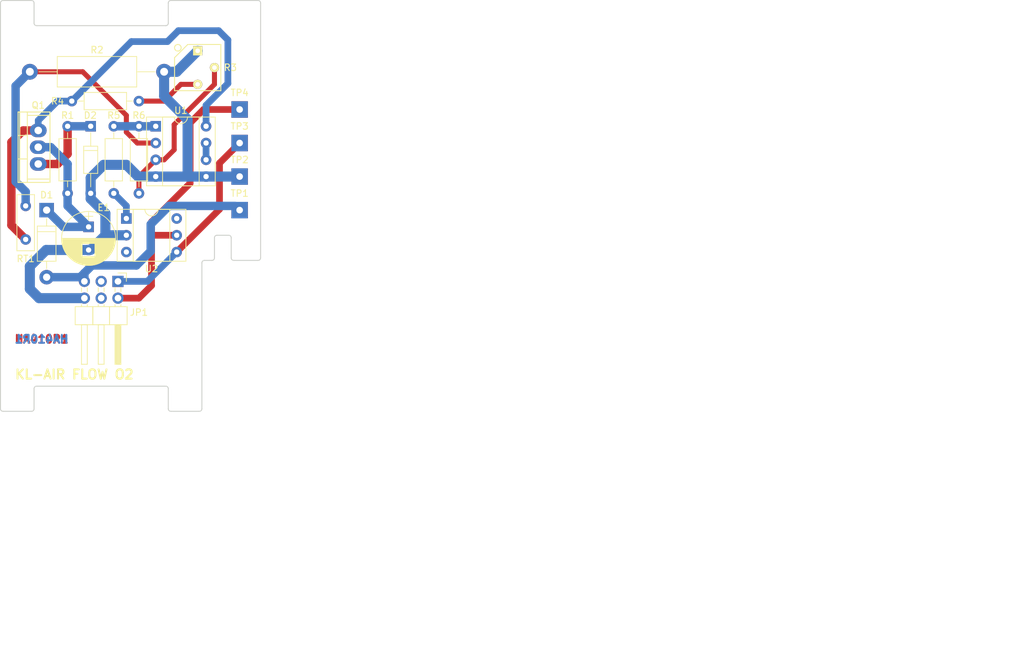
<source format=kicad_pcb>
(kicad_pcb (version 4) (host pcbnew 4.0.5)

  (general
    (links 31)
    (no_connects 0)
    (area 128.829999 73.584999 283.228564 174.08)
    (thickness 1.6)
    (drawings 40)
    (tracks 97)
    (zones 0)
    (modules 18)
    (nets 17)
  )

  (page A4)
  (layers
    (0 F.Cu signal)
    (31 B.Cu signal)
    (32 B.Adhes user hide)
    (33 F.Adhes user hide)
    (34 B.Paste user hide)
    (35 F.Paste user hide)
    (36 B.SilkS user)
    (37 F.SilkS user)
    (38 B.Mask user)
    (39 F.Mask user)
    (40 Dwgs.User user hide)
    (41 Cmts.User user)
    (42 Eco1.User user hide)
    (43 Eco2.User user hide)
    (44 Edge.Cuts user)
    (45 Margin user hide)
    (46 B.CrtYd user hide)
    (47 F.CrtYd user hide)
    (48 B.Fab user hide)
    (49 F.Fab user hide)
  )

  (setup
    (last_trace_width 1.016)
    (user_trace_width 0.762)
    (user_trace_width 1.016)
    (user_trace_width 1.27)
    (user_trace_width 1.524)
    (trace_clearance 0.2)
    (zone_clearance 0.508)
    (zone_45_only no)
    (trace_min 0.2)
    (segment_width 0.2)
    (edge_width 0.15)
    (via_size 0.6)
    (via_drill 0.4)
    (via_min_size 0.4)
    (via_min_drill 0.3)
    (uvia_size 0.3)
    (uvia_drill 0.1)
    (uvias_allowed no)
    (uvia_min_size 0.2)
    (uvia_min_drill 0.1)
    (pcb_text_width 0.3)
    (pcb_text_size 1.5 1.5)
    (mod_edge_width 0.15)
    (mod_text_size 1 1)
    (mod_text_width 0.15)
    (pad_size 2.49936 2.49936)
    (pad_drill 1.00076)
    (pad_to_mask_clearance 0.2)
    (aux_axis_origin 0 0)
    (visible_elements 7FFFFFFF)
    (pcbplotparams
      (layerselection 0x010f0_80000001)
      (usegerberextensions false)
      (excludeedgelayer true)
      (linewidth 0.100000)
      (plotframeref false)
      (viasonmask false)
      (mode 1)
      (useauxorigin false)
      (hpglpennumber 1)
      (hpglpenspeed 20)
      (hpglpendiameter 15)
      (hpglpenoverlay 2)
      (psnegative false)
      (psa4output false)
      (plotreference true)
      (plotvalue false)
      (plotinvisibletext false)
      (padsonsilk false)
      (subtractmaskfromsilk false)
      (outputformat 1)
      (mirror false)
      (drillshape 0)
      (scaleselection 1)
      (outputdirectory ../Gerber/))
  )

  (net 0 "")
  (net 1 "Net-(D1-Pad1)")
  (net 2 IN1)
  (net 3 "Net-(D2-Pad1)")
  (net 4 IN2)
  (net 5 OUT1)
  (net 6 OUT2)
  (net 7 "Net-(JP1-Pad3)")
  (net 8 "Net-(JP1-Pad4)")
  (net 9 "Net-(R2-Pad1)")
  (net 10 "Net-(R3-Pad2)")
  (net 11 "Net-(R5-Pad1)")
  (net 12 "Net-(R5-Pad2)")
  (net 13 "Net-(U1-Pad6)")
  (net 14 "Net-(U2-Pad6)")
  (net 15 "Net-(R3-Pad3)")
  (net 16 "Net-(Q1-Pad3)")

  (net_class Default "This is the default net class."
    (clearance 0.2)
    (trace_width 1.016)
    (via_dia 0.6)
    (via_drill 0.4)
    (uvia_dia 0.3)
    (uvia_drill 0.1)
    (add_net "Net-(JP1-Pad3)")
    (add_net "Net-(JP1-Pad4)")
    (add_net "Net-(U2-Pad6)")
  )

  (net_class 30mils ""
    (clearance 0.4)
    (trace_width 0.762)
    (via_dia 0.6)
    (via_drill 0.4)
    (uvia_dia 0.3)
    (uvia_drill 0.1)
    (add_net "Net-(R2-Pad1)")
    (add_net "Net-(R3-Pad2)")
    (add_net "Net-(R3-Pad3)")
  )

  (net_class 40mils ""
    (clearance 0.4)
    (trace_width 1.016)
    (via_dia 0.6)
    (via_drill 0.4)
    (uvia_dia 0.3)
    (uvia_drill 0.1)
    (add_net "Net-(Q1-Pad3)")
    (add_net "Net-(R5-Pad2)")
    (add_net "Net-(U1-Pad6)")
    (add_net OUT1)
    (add_net OUT2)
  )

  (net_class 50mils ""
    (clearance 0.4)
    (trace_width 1.27)
    (via_dia 0.6)
    (via_drill 0.4)
    (uvia_dia 0.3)
    (uvia_drill 0.1)
    (add_net IN1)
    (add_net "Net-(D1-Pad1)")
    (add_net "Net-(D2-Pad1)")
    (add_net "Net-(R5-Pad1)")
  )

  (net_class 60mils ""
    (clearance 0.4)
    (trace_width 1.524)
    (via_dia 0.6)
    (via_drill 0.4)
    (uvia_dia 0.3)
    (uvia_drill 0.1)
    (add_net IN2)
  )

  (module Diodes_THT:D_DO-41_SOD81_P10.16mm_Horizontal (layer F.Cu) (tedit 58B354A0) (tstamp 58A6AEFD)
    (at 135.89 105.41 270)
    (descr "D, DO-41_SOD81 series, Axial, Horizontal, pin pitch=10.16mm, , length*diameter=5.2*2.7mm^2, , http://www.diodes.com/_files/packages/DO-41%20(Plastic).pdf")
    (tags "D DO-41_SOD81 series Axial Horizontal pin pitch 10.16mm  length 5.2mm diameter 2.7mm")
    (path /58A690AA)
    (fp_text reference D1 (at -2.286 0 360) (layer F.SilkS)
      (effects (font (size 1 1) (thickness 0.15)))
    )
    (fp_text value 1N4004 (at 5.08 2.41 270) (layer F.Fab)
      (effects (font (size 1 1) (thickness 0.15)))
    )
    (fp_line (start 2.48 -1.35) (end 2.48 1.35) (layer F.Fab) (width 0.1))
    (fp_line (start 2.48 1.35) (end 7.68 1.35) (layer F.Fab) (width 0.1))
    (fp_line (start 7.68 1.35) (end 7.68 -1.35) (layer F.Fab) (width 0.1))
    (fp_line (start 7.68 -1.35) (end 2.48 -1.35) (layer F.Fab) (width 0.1))
    (fp_line (start 0 0) (end 2.48 0) (layer F.Fab) (width 0.1))
    (fp_line (start 10.16 0) (end 7.68 0) (layer F.Fab) (width 0.1))
    (fp_line (start 3.26 -1.35) (end 3.26 1.35) (layer F.Fab) (width 0.1))
    (fp_line (start 2.42 -1.41) (end 2.42 1.41) (layer F.SilkS) (width 0.12))
    (fp_line (start 2.42 1.41) (end 7.74 1.41) (layer F.SilkS) (width 0.12))
    (fp_line (start 7.74 1.41) (end 7.74 -1.41) (layer F.SilkS) (width 0.12))
    (fp_line (start 7.74 -1.41) (end 2.42 -1.41) (layer F.SilkS) (width 0.12))
    (fp_line (start 1.28 0) (end 2.42 0) (layer F.SilkS) (width 0.12))
    (fp_line (start 8.88 0) (end 7.74 0) (layer F.SilkS) (width 0.12))
    (fp_line (start 3.26 -1.41) (end 3.26 1.41) (layer F.SilkS) (width 0.12))
    (fp_line (start -1.35 -1.7) (end -1.35 1.7) (layer F.CrtYd) (width 0.05))
    (fp_line (start -1.35 1.7) (end 11.55 1.7) (layer F.CrtYd) (width 0.05))
    (fp_line (start 11.55 1.7) (end 11.55 -1.7) (layer F.CrtYd) (width 0.05))
    (fp_line (start 11.55 -1.7) (end -1.35 -1.7) (layer F.CrtYd) (width 0.05))
    (pad 1 thru_hole rect (at 0 0 270) (size 2.2 2.2) (drill 1.1) (layers *.Cu *.Mask)
      (net 1 "Net-(D1-Pad1)"))
    (pad 2 thru_hole oval (at 10.16 0 270) (size 2.2 2.2) (drill 1.1) (layers *.Cu *.Mask)
      (net 2 IN1))
    (model Diodes_ThroughHole.3dshapes/D_DO-41_SOD81_P10.16mm_Horizontal.wrl
      (at (xyz 0 0 0))
      (scale (xyz 0.393701 0.393701 0.393701))
      (rotate (xyz 0 0 0))
    )
  )

  (module Capacitors_THT:CP_Radial_D8.0mm_P3.50mm (layer F.Cu) (tedit 58B35160) (tstamp 58A6AFBD)
    (at 142.24 107.95 270)
    (descr "CP, Radial series, Radial, pin pitch=3.50mm, , diameter=8mm, Electrolytic Capacitor")
    (tags "CP Radial series Radial pin pitch 3.50mm  diameter 8mm Electrolytic Capacitor")
    (path /58A690E0)
    (fp_text reference E1 (at -2.921 -2.286 360) (layer F.SilkS)
      (effects (font (size 1 1) (thickness 0.15)))
    )
    (fp_text value 100U (at 1.75 5.06 270) (layer F.Fab)
      (effects (font (size 1 1) (thickness 0.15)))
    )
    (fp_circle (center 1.75 0) (end 5.75 0) (layer F.Fab) (width 0.1))
    (fp_circle (center 1.75 0) (end 5.84 0) (layer F.SilkS) (width 0.12))
    (fp_line (start -2.2 0) (end -1 0) (layer F.Fab) (width 0.1))
    (fp_line (start -1.6 -0.65) (end -1.6 0.65) (layer F.Fab) (width 0.1))
    (fp_line (start 1.75 -4.05) (end 1.75 4.05) (layer F.SilkS) (width 0.12))
    (fp_line (start 1.79 -4.05) (end 1.79 4.05) (layer F.SilkS) (width 0.12))
    (fp_line (start 1.83 -4.05) (end 1.83 4.05) (layer F.SilkS) (width 0.12))
    (fp_line (start 1.87 -4.049) (end 1.87 4.049) (layer F.SilkS) (width 0.12))
    (fp_line (start 1.91 -4.047) (end 1.91 4.047) (layer F.SilkS) (width 0.12))
    (fp_line (start 1.95 -4.046) (end 1.95 4.046) (layer F.SilkS) (width 0.12))
    (fp_line (start 1.99 -4.043) (end 1.99 4.043) (layer F.SilkS) (width 0.12))
    (fp_line (start 2.03 -4.041) (end 2.03 4.041) (layer F.SilkS) (width 0.12))
    (fp_line (start 2.07 -4.038) (end 2.07 4.038) (layer F.SilkS) (width 0.12))
    (fp_line (start 2.11 -4.035) (end 2.11 4.035) (layer F.SilkS) (width 0.12))
    (fp_line (start 2.15 -4.031) (end 2.15 4.031) (layer F.SilkS) (width 0.12))
    (fp_line (start 2.19 -4.027) (end 2.19 4.027) (layer F.SilkS) (width 0.12))
    (fp_line (start 2.23 -4.022) (end 2.23 4.022) (layer F.SilkS) (width 0.12))
    (fp_line (start 2.27 -4.017) (end 2.27 4.017) (layer F.SilkS) (width 0.12))
    (fp_line (start 2.31 -4.012) (end 2.31 4.012) (layer F.SilkS) (width 0.12))
    (fp_line (start 2.35 -4.006) (end 2.35 4.006) (layer F.SilkS) (width 0.12))
    (fp_line (start 2.39 -4) (end 2.39 4) (layer F.SilkS) (width 0.12))
    (fp_line (start 2.43 -3.994) (end 2.43 3.994) (layer F.SilkS) (width 0.12))
    (fp_line (start 2.471 -3.987) (end 2.471 3.987) (layer F.SilkS) (width 0.12))
    (fp_line (start 2.511 -3.979) (end 2.511 3.979) (layer F.SilkS) (width 0.12))
    (fp_line (start 2.551 -3.971) (end 2.551 -0.98) (layer F.SilkS) (width 0.12))
    (fp_line (start 2.551 0.98) (end 2.551 3.971) (layer F.SilkS) (width 0.12))
    (fp_line (start 2.591 -3.963) (end 2.591 -0.98) (layer F.SilkS) (width 0.12))
    (fp_line (start 2.591 0.98) (end 2.591 3.963) (layer F.SilkS) (width 0.12))
    (fp_line (start 2.631 -3.955) (end 2.631 -0.98) (layer F.SilkS) (width 0.12))
    (fp_line (start 2.631 0.98) (end 2.631 3.955) (layer F.SilkS) (width 0.12))
    (fp_line (start 2.671 -3.946) (end 2.671 -0.98) (layer F.SilkS) (width 0.12))
    (fp_line (start 2.671 0.98) (end 2.671 3.946) (layer F.SilkS) (width 0.12))
    (fp_line (start 2.711 -3.936) (end 2.711 -0.98) (layer F.SilkS) (width 0.12))
    (fp_line (start 2.711 0.98) (end 2.711 3.936) (layer F.SilkS) (width 0.12))
    (fp_line (start 2.751 -3.926) (end 2.751 -0.98) (layer F.SilkS) (width 0.12))
    (fp_line (start 2.751 0.98) (end 2.751 3.926) (layer F.SilkS) (width 0.12))
    (fp_line (start 2.791 -3.916) (end 2.791 -0.98) (layer F.SilkS) (width 0.12))
    (fp_line (start 2.791 0.98) (end 2.791 3.916) (layer F.SilkS) (width 0.12))
    (fp_line (start 2.831 -3.905) (end 2.831 -0.98) (layer F.SilkS) (width 0.12))
    (fp_line (start 2.831 0.98) (end 2.831 3.905) (layer F.SilkS) (width 0.12))
    (fp_line (start 2.871 -3.894) (end 2.871 -0.98) (layer F.SilkS) (width 0.12))
    (fp_line (start 2.871 0.98) (end 2.871 3.894) (layer F.SilkS) (width 0.12))
    (fp_line (start 2.911 -3.883) (end 2.911 -0.98) (layer F.SilkS) (width 0.12))
    (fp_line (start 2.911 0.98) (end 2.911 3.883) (layer F.SilkS) (width 0.12))
    (fp_line (start 2.951 -3.87) (end 2.951 -0.98) (layer F.SilkS) (width 0.12))
    (fp_line (start 2.951 0.98) (end 2.951 3.87) (layer F.SilkS) (width 0.12))
    (fp_line (start 2.991 -3.858) (end 2.991 -0.98) (layer F.SilkS) (width 0.12))
    (fp_line (start 2.991 0.98) (end 2.991 3.858) (layer F.SilkS) (width 0.12))
    (fp_line (start 3.031 -3.845) (end 3.031 -0.98) (layer F.SilkS) (width 0.12))
    (fp_line (start 3.031 0.98) (end 3.031 3.845) (layer F.SilkS) (width 0.12))
    (fp_line (start 3.071 -3.832) (end 3.071 -0.98) (layer F.SilkS) (width 0.12))
    (fp_line (start 3.071 0.98) (end 3.071 3.832) (layer F.SilkS) (width 0.12))
    (fp_line (start 3.111 -3.818) (end 3.111 -0.98) (layer F.SilkS) (width 0.12))
    (fp_line (start 3.111 0.98) (end 3.111 3.818) (layer F.SilkS) (width 0.12))
    (fp_line (start 3.151 -3.803) (end 3.151 -0.98) (layer F.SilkS) (width 0.12))
    (fp_line (start 3.151 0.98) (end 3.151 3.803) (layer F.SilkS) (width 0.12))
    (fp_line (start 3.191 -3.789) (end 3.191 -0.98) (layer F.SilkS) (width 0.12))
    (fp_line (start 3.191 0.98) (end 3.191 3.789) (layer F.SilkS) (width 0.12))
    (fp_line (start 3.231 -3.773) (end 3.231 -0.98) (layer F.SilkS) (width 0.12))
    (fp_line (start 3.231 0.98) (end 3.231 3.773) (layer F.SilkS) (width 0.12))
    (fp_line (start 3.271 -3.758) (end 3.271 -0.98) (layer F.SilkS) (width 0.12))
    (fp_line (start 3.271 0.98) (end 3.271 3.758) (layer F.SilkS) (width 0.12))
    (fp_line (start 3.311 -3.741) (end 3.311 -0.98) (layer F.SilkS) (width 0.12))
    (fp_line (start 3.311 0.98) (end 3.311 3.741) (layer F.SilkS) (width 0.12))
    (fp_line (start 3.351 -3.725) (end 3.351 -0.98) (layer F.SilkS) (width 0.12))
    (fp_line (start 3.351 0.98) (end 3.351 3.725) (layer F.SilkS) (width 0.12))
    (fp_line (start 3.391 -3.707) (end 3.391 -0.98) (layer F.SilkS) (width 0.12))
    (fp_line (start 3.391 0.98) (end 3.391 3.707) (layer F.SilkS) (width 0.12))
    (fp_line (start 3.431 -3.69) (end 3.431 -0.98) (layer F.SilkS) (width 0.12))
    (fp_line (start 3.431 0.98) (end 3.431 3.69) (layer F.SilkS) (width 0.12))
    (fp_line (start 3.471 -3.671) (end 3.471 -0.98) (layer F.SilkS) (width 0.12))
    (fp_line (start 3.471 0.98) (end 3.471 3.671) (layer F.SilkS) (width 0.12))
    (fp_line (start 3.511 -3.652) (end 3.511 -0.98) (layer F.SilkS) (width 0.12))
    (fp_line (start 3.511 0.98) (end 3.511 3.652) (layer F.SilkS) (width 0.12))
    (fp_line (start 3.551 -3.633) (end 3.551 -0.98) (layer F.SilkS) (width 0.12))
    (fp_line (start 3.551 0.98) (end 3.551 3.633) (layer F.SilkS) (width 0.12))
    (fp_line (start 3.591 -3.613) (end 3.591 -0.98) (layer F.SilkS) (width 0.12))
    (fp_line (start 3.591 0.98) (end 3.591 3.613) (layer F.SilkS) (width 0.12))
    (fp_line (start 3.631 -3.593) (end 3.631 -0.98) (layer F.SilkS) (width 0.12))
    (fp_line (start 3.631 0.98) (end 3.631 3.593) (layer F.SilkS) (width 0.12))
    (fp_line (start 3.671 -3.572) (end 3.671 -0.98) (layer F.SilkS) (width 0.12))
    (fp_line (start 3.671 0.98) (end 3.671 3.572) (layer F.SilkS) (width 0.12))
    (fp_line (start 3.711 -3.55) (end 3.711 -0.98) (layer F.SilkS) (width 0.12))
    (fp_line (start 3.711 0.98) (end 3.711 3.55) (layer F.SilkS) (width 0.12))
    (fp_line (start 3.751 -3.528) (end 3.751 -0.98) (layer F.SilkS) (width 0.12))
    (fp_line (start 3.751 0.98) (end 3.751 3.528) (layer F.SilkS) (width 0.12))
    (fp_line (start 3.791 -3.505) (end 3.791 -0.98) (layer F.SilkS) (width 0.12))
    (fp_line (start 3.791 0.98) (end 3.791 3.505) (layer F.SilkS) (width 0.12))
    (fp_line (start 3.831 -3.482) (end 3.831 -0.98) (layer F.SilkS) (width 0.12))
    (fp_line (start 3.831 0.98) (end 3.831 3.482) (layer F.SilkS) (width 0.12))
    (fp_line (start 3.871 -3.458) (end 3.871 -0.98) (layer F.SilkS) (width 0.12))
    (fp_line (start 3.871 0.98) (end 3.871 3.458) (layer F.SilkS) (width 0.12))
    (fp_line (start 3.911 -3.434) (end 3.911 -0.98) (layer F.SilkS) (width 0.12))
    (fp_line (start 3.911 0.98) (end 3.911 3.434) (layer F.SilkS) (width 0.12))
    (fp_line (start 3.951 -3.408) (end 3.951 -0.98) (layer F.SilkS) (width 0.12))
    (fp_line (start 3.951 0.98) (end 3.951 3.408) (layer F.SilkS) (width 0.12))
    (fp_line (start 3.991 -3.383) (end 3.991 -0.98) (layer F.SilkS) (width 0.12))
    (fp_line (start 3.991 0.98) (end 3.991 3.383) (layer F.SilkS) (width 0.12))
    (fp_line (start 4.031 -3.356) (end 4.031 -0.98) (layer F.SilkS) (width 0.12))
    (fp_line (start 4.031 0.98) (end 4.031 3.356) (layer F.SilkS) (width 0.12))
    (fp_line (start 4.071 -3.329) (end 4.071 -0.98) (layer F.SilkS) (width 0.12))
    (fp_line (start 4.071 0.98) (end 4.071 3.329) (layer F.SilkS) (width 0.12))
    (fp_line (start 4.111 -3.301) (end 4.111 -0.98) (layer F.SilkS) (width 0.12))
    (fp_line (start 4.111 0.98) (end 4.111 3.301) (layer F.SilkS) (width 0.12))
    (fp_line (start 4.151 -3.272) (end 4.151 -0.98) (layer F.SilkS) (width 0.12))
    (fp_line (start 4.151 0.98) (end 4.151 3.272) (layer F.SilkS) (width 0.12))
    (fp_line (start 4.191 -3.243) (end 4.191 -0.98) (layer F.SilkS) (width 0.12))
    (fp_line (start 4.191 0.98) (end 4.191 3.243) (layer F.SilkS) (width 0.12))
    (fp_line (start 4.231 -3.213) (end 4.231 -0.98) (layer F.SilkS) (width 0.12))
    (fp_line (start 4.231 0.98) (end 4.231 3.213) (layer F.SilkS) (width 0.12))
    (fp_line (start 4.271 -3.182) (end 4.271 -0.98) (layer F.SilkS) (width 0.12))
    (fp_line (start 4.271 0.98) (end 4.271 3.182) (layer F.SilkS) (width 0.12))
    (fp_line (start 4.311 -3.15) (end 4.311 -0.98) (layer F.SilkS) (width 0.12))
    (fp_line (start 4.311 0.98) (end 4.311 3.15) (layer F.SilkS) (width 0.12))
    (fp_line (start 4.351 -3.118) (end 4.351 -0.98) (layer F.SilkS) (width 0.12))
    (fp_line (start 4.351 0.98) (end 4.351 3.118) (layer F.SilkS) (width 0.12))
    (fp_line (start 4.391 -3.084) (end 4.391 -0.98) (layer F.SilkS) (width 0.12))
    (fp_line (start 4.391 0.98) (end 4.391 3.084) (layer F.SilkS) (width 0.12))
    (fp_line (start 4.431 -3.05) (end 4.431 -0.98) (layer F.SilkS) (width 0.12))
    (fp_line (start 4.431 0.98) (end 4.431 3.05) (layer F.SilkS) (width 0.12))
    (fp_line (start 4.471 -3.015) (end 4.471 -0.98) (layer F.SilkS) (width 0.12))
    (fp_line (start 4.471 0.98) (end 4.471 3.015) (layer F.SilkS) (width 0.12))
    (fp_line (start 4.511 -2.979) (end 4.511 2.979) (layer F.SilkS) (width 0.12))
    (fp_line (start 4.551 -2.942) (end 4.551 2.942) (layer F.SilkS) (width 0.12))
    (fp_line (start 4.591 -2.904) (end 4.591 2.904) (layer F.SilkS) (width 0.12))
    (fp_line (start 4.631 -2.865) (end 4.631 2.865) (layer F.SilkS) (width 0.12))
    (fp_line (start 4.671 -2.824) (end 4.671 2.824) (layer F.SilkS) (width 0.12))
    (fp_line (start 4.711 -2.783) (end 4.711 2.783) (layer F.SilkS) (width 0.12))
    (fp_line (start 4.751 -2.74) (end 4.751 2.74) (layer F.SilkS) (width 0.12))
    (fp_line (start 4.791 -2.697) (end 4.791 2.697) (layer F.SilkS) (width 0.12))
    (fp_line (start 4.831 -2.652) (end 4.831 2.652) (layer F.SilkS) (width 0.12))
    (fp_line (start 4.871 -2.605) (end 4.871 2.605) (layer F.SilkS) (width 0.12))
    (fp_line (start 4.911 -2.557) (end 4.911 2.557) (layer F.SilkS) (width 0.12))
    (fp_line (start 4.951 -2.508) (end 4.951 2.508) (layer F.SilkS) (width 0.12))
    (fp_line (start 4.991 -2.457) (end 4.991 2.457) (layer F.SilkS) (width 0.12))
    (fp_line (start 5.031 -2.404) (end 5.031 2.404) (layer F.SilkS) (width 0.12))
    (fp_line (start 5.071 -2.349) (end 5.071 2.349) (layer F.SilkS) (width 0.12))
    (fp_line (start 5.111 -2.293) (end 5.111 2.293) (layer F.SilkS) (width 0.12))
    (fp_line (start 5.151 -2.234) (end 5.151 2.234) (layer F.SilkS) (width 0.12))
    (fp_line (start 5.191 -2.173) (end 5.191 2.173) (layer F.SilkS) (width 0.12))
    (fp_line (start 5.231 -2.109) (end 5.231 2.109) (layer F.SilkS) (width 0.12))
    (fp_line (start 5.271 -2.043) (end 5.271 2.043) (layer F.SilkS) (width 0.12))
    (fp_line (start 5.311 -1.974) (end 5.311 1.974) (layer F.SilkS) (width 0.12))
    (fp_line (start 5.351 -1.902) (end 5.351 1.902) (layer F.SilkS) (width 0.12))
    (fp_line (start 5.391 -1.826) (end 5.391 1.826) (layer F.SilkS) (width 0.12))
    (fp_line (start 5.431 -1.745) (end 5.431 1.745) (layer F.SilkS) (width 0.12))
    (fp_line (start 5.471 -1.66) (end 5.471 1.66) (layer F.SilkS) (width 0.12))
    (fp_line (start 5.511 -1.57) (end 5.511 1.57) (layer F.SilkS) (width 0.12))
    (fp_line (start 5.551 -1.473) (end 5.551 1.473) (layer F.SilkS) (width 0.12))
    (fp_line (start 5.591 -1.369) (end 5.591 1.369) (layer F.SilkS) (width 0.12))
    (fp_line (start 5.631 -1.254) (end 5.631 1.254) (layer F.SilkS) (width 0.12))
    (fp_line (start 5.671 -1.127) (end 5.671 1.127) (layer F.SilkS) (width 0.12))
    (fp_line (start 5.711 -0.983) (end 5.711 0.983) (layer F.SilkS) (width 0.12))
    (fp_line (start 5.751 -0.814) (end 5.751 0.814) (layer F.SilkS) (width 0.12))
    (fp_line (start 5.791 -0.598) (end 5.791 0.598) (layer F.SilkS) (width 0.12))
    (fp_line (start 5.831 -0.246) (end 5.831 0.246) (layer F.SilkS) (width 0.12))
    (fp_line (start -2.2 0) (end -1 0) (layer F.SilkS) (width 0.12))
    (fp_line (start -1.6 -0.65) (end -1.6 0.65) (layer F.SilkS) (width 0.12))
    (fp_line (start -2.6 -4.35) (end -2.6 4.35) (layer F.CrtYd) (width 0.05))
    (fp_line (start -2.6 4.35) (end 6.1 4.35) (layer F.CrtYd) (width 0.05))
    (fp_line (start 6.1 4.35) (end 6.1 -4.35) (layer F.CrtYd) (width 0.05))
    (fp_line (start 6.1 -4.35) (end -2.6 -4.35) (layer F.CrtYd) (width 0.05))
    (pad 1 thru_hole rect (at 0 0 270) (size 1.6 1.6) (drill 0.8) (layers *.Cu *.Mask)
      (net 1 "Net-(D1-Pad1)"))
    (pad 2 thru_hole circle (at 3.5 0 270) (size 1.6 1.6) (drill 0.8) (layers *.Cu *.Mask)
      (net 4 IN2))
    (model Capacitors_ThroughHole.3dshapes/CP_Radial_D8.0mm_P3.50mm.wrl
      (at (xyz 0 0 0))
      (scale (xyz 0.393701 0.393701 0.393701))
      (rotate (xyz 0 0 0))
    )
  )

  (module Pin_Headers:Pin_Header_Angled_2x03_Pitch2.54mm (layer F.Cu) (tedit 58AB6E10) (tstamp 58A6B010)
    (at 146.685 116.205 270)
    (descr "Through hole angled pin header, 2x03, 2.54mm pitch, 6mm pin length, double rows")
    (tags "Through hole angled pin header THT 2x03 2.54mm double row")
    (path /58A6D483)
    (fp_text reference JP1 (at 4.699 -3.175 360) (layer F.SilkS)
      (effects (font (size 1 1) (thickness 0.15)))
    )
    (fp_text value CONN_02X03 (at 5.585 7.35 270) (layer F.Fab)
      (effects (font (size 1 1) (thickness 0.15)))
    )
    (fp_line (start 3.94 -1.27) (end 3.94 1.27) (layer F.Fab) (width 0.1))
    (fp_line (start 3.94 1.27) (end 6.44 1.27) (layer F.Fab) (width 0.1))
    (fp_line (start 6.44 1.27) (end 6.44 -1.27) (layer F.Fab) (width 0.1))
    (fp_line (start 6.44 -1.27) (end 3.94 -1.27) (layer F.Fab) (width 0.1))
    (fp_line (start 0 -0.32) (end 0 0.32) (layer F.Fab) (width 0.1))
    (fp_line (start 0 0.32) (end 12.44 0.32) (layer F.Fab) (width 0.1))
    (fp_line (start 12.44 0.32) (end 12.44 -0.32) (layer F.Fab) (width 0.1))
    (fp_line (start 12.44 -0.32) (end 0 -0.32) (layer F.Fab) (width 0.1))
    (fp_line (start 3.94 1.27) (end 3.94 3.81) (layer F.Fab) (width 0.1))
    (fp_line (start 3.94 3.81) (end 6.44 3.81) (layer F.Fab) (width 0.1))
    (fp_line (start 6.44 3.81) (end 6.44 1.27) (layer F.Fab) (width 0.1))
    (fp_line (start 6.44 1.27) (end 3.94 1.27) (layer F.Fab) (width 0.1))
    (fp_line (start 0 2.22) (end 0 2.86) (layer F.Fab) (width 0.1))
    (fp_line (start 0 2.86) (end 12.44 2.86) (layer F.Fab) (width 0.1))
    (fp_line (start 12.44 2.86) (end 12.44 2.22) (layer F.Fab) (width 0.1))
    (fp_line (start 12.44 2.22) (end 0 2.22) (layer F.Fab) (width 0.1))
    (fp_line (start 3.94 3.81) (end 3.94 6.35) (layer F.Fab) (width 0.1))
    (fp_line (start 3.94 6.35) (end 6.44 6.35) (layer F.Fab) (width 0.1))
    (fp_line (start 6.44 6.35) (end 6.44 3.81) (layer F.Fab) (width 0.1))
    (fp_line (start 6.44 3.81) (end 3.94 3.81) (layer F.Fab) (width 0.1))
    (fp_line (start 0 4.76) (end 0 5.4) (layer F.Fab) (width 0.1))
    (fp_line (start 0 5.4) (end 12.44 5.4) (layer F.Fab) (width 0.1))
    (fp_line (start 12.44 5.4) (end 12.44 4.76) (layer F.Fab) (width 0.1))
    (fp_line (start 12.44 4.76) (end 0 4.76) (layer F.Fab) (width 0.1))
    (fp_line (start 3.82 -1.39) (end 3.82 1.27) (layer F.SilkS) (width 0.12))
    (fp_line (start 3.82 1.27) (end 6.56 1.27) (layer F.SilkS) (width 0.12))
    (fp_line (start 6.56 1.27) (end 6.56 -1.39) (layer F.SilkS) (width 0.12))
    (fp_line (start 6.56 -1.39) (end 3.82 -1.39) (layer F.SilkS) (width 0.12))
    (fp_line (start 6.56 -0.44) (end 6.56 0.44) (layer F.SilkS) (width 0.12))
    (fp_line (start 6.56 0.44) (end 12.56 0.44) (layer F.SilkS) (width 0.12))
    (fp_line (start 12.56 0.44) (end 12.56 -0.44) (layer F.SilkS) (width 0.12))
    (fp_line (start 12.56 -0.44) (end 6.56 -0.44) (layer F.SilkS) (width 0.12))
    (fp_line (start 3.51 -0.44) (end 3.82 -0.44) (layer F.SilkS) (width 0.12))
    (fp_line (start 3.51 0.44) (end 3.82 0.44) (layer F.SilkS) (width 0.12))
    (fp_line (start 0.97 -0.44) (end 1.57 -0.44) (layer F.SilkS) (width 0.12))
    (fp_line (start 0.97 0.44) (end 1.57 0.44) (layer F.SilkS) (width 0.12))
    (fp_line (start 6.56 -0.32) (end 12.56 -0.32) (layer F.SilkS) (width 0.12))
    (fp_line (start 6.56 -0.2) (end 12.56 -0.2) (layer F.SilkS) (width 0.12))
    (fp_line (start 6.56 -0.08) (end 12.56 -0.08) (layer F.SilkS) (width 0.12))
    (fp_line (start 6.56 0.04) (end 12.56 0.04) (layer F.SilkS) (width 0.12))
    (fp_line (start 6.56 0.16) (end 12.56 0.16) (layer F.SilkS) (width 0.12))
    (fp_line (start 6.56 0.28) (end 12.56 0.28) (layer F.SilkS) (width 0.12))
    (fp_line (start 6.56 0.4) (end 12.56 0.4) (layer F.SilkS) (width 0.12))
    (fp_line (start 3.82 1.27) (end 3.82 3.81) (layer F.SilkS) (width 0.12))
    (fp_line (start 3.82 3.81) (end 6.56 3.81) (layer F.SilkS) (width 0.12))
    (fp_line (start 6.56 3.81) (end 6.56 1.27) (layer F.SilkS) (width 0.12))
    (fp_line (start 6.56 1.27) (end 3.82 1.27) (layer F.SilkS) (width 0.12))
    (fp_line (start 6.56 2.1) (end 6.56 2.98) (layer F.SilkS) (width 0.12))
    (fp_line (start 6.56 2.98) (end 12.56 2.98) (layer F.SilkS) (width 0.12))
    (fp_line (start 12.56 2.98) (end 12.56 2.1) (layer F.SilkS) (width 0.12))
    (fp_line (start 12.56 2.1) (end 6.56 2.1) (layer F.SilkS) (width 0.12))
    (fp_line (start 3.51 2.1) (end 3.82 2.1) (layer F.SilkS) (width 0.12))
    (fp_line (start 3.51 2.98) (end 3.82 2.98) (layer F.SilkS) (width 0.12))
    (fp_line (start 0.97 2.1) (end 1.57 2.1) (layer F.SilkS) (width 0.12))
    (fp_line (start 0.97 2.98) (end 1.57 2.98) (layer F.SilkS) (width 0.12))
    (fp_line (start 3.82 3.81) (end 3.82 6.47) (layer F.SilkS) (width 0.12))
    (fp_line (start 3.82 6.47) (end 6.56 6.47) (layer F.SilkS) (width 0.12))
    (fp_line (start 6.56 6.47) (end 6.56 3.81) (layer F.SilkS) (width 0.12))
    (fp_line (start 6.56 3.81) (end 3.82 3.81) (layer F.SilkS) (width 0.12))
    (fp_line (start 6.56 4.64) (end 6.56 5.52) (layer F.SilkS) (width 0.12))
    (fp_line (start 6.56 5.52) (end 12.56 5.52) (layer F.SilkS) (width 0.12))
    (fp_line (start 12.56 5.52) (end 12.56 4.64) (layer F.SilkS) (width 0.12))
    (fp_line (start 12.56 4.64) (end 6.56 4.64) (layer F.SilkS) (width 0.12))
    (fp_line (start 3.51 4.64) (end 3.82 4.64) (layer F.SilkS) (width 0.12))
    (fp_line (start 3.51 5.52) (end 3.82 5.52) (layer F.SilkS) (width 0.12))
    (fp_line (start 0.97 4.64) (end 1.57 4.64) (layer F.SilkS) (width 0.12))
    (fp_line (start 0.97 5.52) (end 1.57 5.52) (layer F.SilkS) (width 0.12))
    (fp_line (start -1.27 0) (end -1.27 -1.27) (layer F.SilkS) (width 0.12))
    (fp_line (start -1.27 -1.27) (end 0 -1.27) (layer F.SilkS) (width 0.12))
    (fp_line (start -1.6 -1.6) (end -1.6 6.6) (layer F.CrtYd) (width 0.05))
    (fp_line (start -1.6 6.6) (end 12.7 6.6) (layer F.CrtYd) (width 0.05))
    (fp_line (start 12.7 6.6) (end 12.7 -1.6) (layer F.CrtYd) (width 0.05))
    (fp_line (start 12.7 -1.6) (end -1.6 -1.6) (layer F.CrtYd) (width 0.05))
    (pad 1 thru_hole rect (at 0 0 270) (size 1.7 1.7) (drill 1) (layers *.Cu *.Mask)
      (net 5 OUT1))
    (pad 2 thru_hole oval (at 2.54 0 270) (size 1.7 1.7) (drill 1) (layers *.Cu *.Mask)
      (net 6 OUT2))
    (pad 3 thru_hole oval (at 0 2.54 270) (size 1.7 1.7) (drill 1) (layers *.Cu *.Mask)
      (net 7 "Net-(JP1-Pad3)"))
    (pad 4 thru_hole oval (at 2.54 2.54 270) (size 1.7 1.7) (drill 1) (layers *.Cu *.Mask)
      (net 8 "Net-(JP1-Pad4)"))
    (pad 5 thru_hole oval (at 0 5.08 270) (size 1.7 1.7) (drill 1) (layers *.Cu *.Mask)
      (net 2 IN1))
    (pad 6 thru_hole oval (at 2.54 5.08 270) (size 1.7 1.7) (drill 1) (layers *.Cu *.Mask)
      (net 4 IN2))
    (model Pin_Headers.3dshapes/Pin_Header_Angled_2x03_Pitch2.54mm.wrl
      (at (xyz 0.05 -0.1 0))
      (scale (xyz 1 1 1))
      (rotate (xyz 0 0 90))
    )
  )

  (module Power_Integrations:TO-220 (layer F.Cu) (tedit 58A8D4BD) (tstamp 58A6B021)
    (at 134.62 95.885 90)
    (descr "Non Isolated JEDEC TO-220 Package")
    (tags "Power Integration YN Package")
    (path /58A694F2)
    (fp_text reference Q1 (at 6.35 0 180) (layer F.SilkS)
      (effects (font (size 1 1) (thickness 0.15)))
    )
    (fp_text value TIP122 (at 0 -4.318 90) (layer F.Fab)
      (effects (font (size 1 1) (thickness 0.15)))
    )
    (fp_line (start 4.826 -1.651) (end 4.826 1.778) (layer F.SilkS) (width 0.15))
    (fp_line (start -4.826 -1.651) (end -4.826 1.778) (layer F.SilkS) (width 0.15))
    (fp_line (start 5.334 -2.794) (end -5.334 -2.794) (layer F.SilkS) (width 0.15))
    (fp_line (start 1.778 -1.778) (end 1.778 -3.048) (layer F.SilkS) (width 0.15))
    (fp_line (start -1.778 -1.778) (end -1.778 -3.048) (layer F.SilkS) (width 0.15))
    (fp_line (start -5.334 -1.651) (end 5.334 -1.651) (layer F.SilkS) (width 0.15))
    (fp_line (start 5.334 1.778) (end -5.334 1.778) (layer F.SilkS) (width 0.15))
    (fp_line (start -5.334 -3.048) (end -5.334 1.778) (layer F.SilkS) (width 0.15))
    (fp_line (start 5.334 -3.048) (end 5.334 1.778) (layer F.SilkS) (width 0.15))
    (fp_line (start 5.334 -3.048) (end -5.334 -3.048) (layer F.SilkS) (width 0.15))
    (pad 2 thru_hole oval (at 0 0 90) (size 2.032 2.54) (drill 1.143) (layers *.Cu *.Mask)
      (net 1 "Net-(D1-Pad1)"))
    (pad 3 thru_hole oval (at 2.54 0 90) (size 2.032 2.54) (drill 1.143) (layers *.Cu *.Mask)
      (net 16 "Net-(Q1-Pad3)"))
    (pad 1 thru_hole oval (at -2.54 0 90) (size 2.032 2.54) (drill 1.143) (layers *.Cu *.Mask)
      (net 3 "Net-(D2-Pad1)"))
  )

  (module Resistors_THT:R_Axial_DIN0207_L6.3mm_D2.5mm_P10.16mm_Horizontal (layer F.Cu) (tedit 58A8D60C) (tstamp 58A6B037)
    (at 139.065 92.71 270)
    (descr "Resistor, Axial_DIN0207 series, Axial, Horizontal, pin pitch=10.16mm, 0.25W = 1/4W, length*diameter=6.3*2.5mm^2, http://cdn-reichelt.de/documents/datenblatt/B400/1_4W%23YAG.pdf")
    (tags "Resistor Axial_DIN0207 series Axial Horizontal pin pitch 10.16mm 0.25W = 1/4W length 6.3mm diameter 2.5mm")
    (path /58A6910D)
    (fp_text reference R1 (at -1.651 0 360) (layer F.SilkS)
      (effects (font (size 1 1) (thickness 0.15)))
    )
    (fp_text value 1K5 (at 5.08 2.31 270) (layer F.Fab)
      (effects (font (size 1 1) (thickness 0.15)))
    )
    (fp_line (start 1.93 -1.25) (end 1.93 1.25) (layer F.Fab) (width 0.1))
    (fp_line (start 1.93 1.25) (end 8.23 1.25) (layer F.Fab) (width 0.1))
    (fp_line (start 8.23 1.25) (end 8.23 -1.25) (layer F.Fab) (width 0.1))
    (fp_line (start 8.23 -1.25) (end 1.93 -1.25) (layer F.Fab) (width 0.1))
    (fp_line (start 0 0) (end 1.93 0) (layer F.Fab) (width 0.1))
    (fp_line (start 10.16 0) (end 8.23 0) (layer F.Fab) (width 0.1))
    (fp_line (start 1.87 -1.31) (end 1.87 1.31) (layer F.SilkS) (width 0.12))
    (fp_line (start 1.87 1.31) (end 8.29 1.31) (layer F.SilkS) (width 0.12))
    (fp_line (start 8.29 1.31) (end 8.29 -1.31) (layer F.SilkS) (width 0.12))
    (fp_line (start 8.29 -1.31) (end 1.87 -1.31) (layer F.SilkS) (width 0.12))
    (fp_line (start 0.98 0) (end 1.87 0) (layer F.SilkS) (width 0.12))
    (fp_line (start 9.18 0) (end 8.29 0) (layer F.SilkS) (width 0.12))
    (fp_line (start -1.05 -1.6) (end -1.05 1.6) (layer F.CrtYd) (width 0.05))
    (fp_line (start -1.05 1.6) (end 11.25 1.6) (layer F.CrtYd) (width 0.05))
    (fp_line (start 11.25 1.6) (end 11.25 -1.6) (layer F.CrtYd) (width 0.05))
    (fp_line (start 11.25 -1.6) (end -1.05 -1.6) (layer F.CrtYd) (width 0.05))
    (pad 1 thru_hole circle (at 0 0 270) (size 1.6 1.6) (drill 0.8) (layers *.Cu *.Mask)
      (net 3 "Net-(D2-Pad1)"))
    (pad 2 thru_hole oval (at 10.16 0 270) (size 1.6 1.6) (drill 0.8) (layers *.Cu *.Mask)
      (net 1 "Net-(D1-Pad1)"))
    (model Resistors_ThroughHole.3dshapes/R_Axial_DIN0207_L6.3mm_D2.5mm_P10.16mm_Horizontal.wrl
      (at (xyz 0 0 0))
      (scale (xyz 0.393701 0.393701 0.393701))
      (rotate (xyz 0 0 0))
    )
  )

  (module Resistors_THT:R_Axial_DIN0207_L6.3mm_D2.5mm_P10.16mm_Horizontal (layer F.Cu) (tedit 58B35074) (tstamp 58A6B06A)
    (at 139.7 88.9)
    (descr "Resistor, Axial_DIN0207 series, Axial, Horizontal, pin pitch=10.16mm, 0.25W = 1/4W, length*diameter=6.3*2.5mm^2, http://cdn-reichelt.de/documents/datenblatt/B400/1_4W%23YAG.pdf")
    (tags "Resistor Axial_DIN0207 series Axial Horizontal pin pitch 10.16mm 0.25W = 1/4W length 6.3mm diameter 2.5mm")
    (path /58A69144)
    (fp_text reference R4 (at -2.159 0) (layer F.SilkS)
      (effects (font (size 1 1) (thickness 0.15)))
    )
    (fp_text value 5K1 (at 5.08 2.31) (layer F.Fab)
      (effects (font (size 1 1) (thickness 0.15)))
    )
    (fp_line (start 1.93 -1.25) (end 1.93 1.25) (layer F.Fab) (width 0.1))
    (fp_line (start 1.93 1.25) (end 8.23 1.25) (layer F.Fab) (width 0.1))
    (fp_line (start 8.23 1.25) (end 8.23 -1.25) (layer F.Fab) (width 0.1))
    (fp_line (start 8.23 -1.25) (end 1.93 -1.25) (layer F.Fab) (width 0.1))
    (fp_line (start 0 0) (end 1.93 0) (layer F.Fab) (width 0.1))
    (fp_line (start 10.16 0) (end 8.23 0) (layer F.Fab) (width 0.1))
    (fp_line (start 1.87 -1.31) (end 1.87 1.31) (layer F.SilkS) (width 0.12))
    (fp_line (start 1.87 1.31) (end 8.29 1.31) (layer F.SilkS) (width 0.12))
    (fp_line (start 8.29 1.31) (end 8.29 -1.31) (layer F.SilkS) (width 0.12))
    (fp_line (start 8.29 -1.31) (end 1.87 -1.31) (layer F.SilkS) (width 0.12))
    (fp_line (start 0.98 0) (end 1.87 0) (layer F.SilkS) (width 0.12))
    (fp_line (start 9.18 0) (end 8.29 0) (layer F.SilkS) (width 0.12))
    (fp_line (start -1.05 -1.6) (end -1.05 1.6) (layer F.CrtYd) (width 0.05))
    (fp_line (start -1.05 1.6) (end 11.25 1.6) (layer F.CrtYd) (width 0.05))
    (fp_line (start 11.25 1.6) (end 11.25 -1.6) (layer F.CrtYd) (width 0.05))
    (fp_line (start 11.25 -1.6) (end -1.05 -1.6) (layer F.CrtYd) (width 0.05))
    (pad 1 thru_hole circle (at 0 0) (size 1.6 1.6) (drill 0.8) (layers *.Cu *.Mask)
      (net 16 "Net-(Q1-Pad3)"))
    (pad 2 thru_hole oval (at 10.16 0) (size 1.6 1.6) (drill 0.8) (layers *.Cu *.Mask)
      (net 15 "Net-(R3-Pad3)"))
    (model Resistors_ThroughHole.3dshapes/R_Axial_DIN0207_L6.3mm_D2.5mm_P10.16mm_Horizontal.wrl
      (at (xyz 0 0 0))
      (scale (xyz 0.393701 0.393701 0.393701))
      (rotate (xyz 0 0 0))
    )
  )

  (module Resistors_THT:R_Axial_DIN0207_L6.3mm_D2.5mm_P10.16mm_Horizontal (layer F.Cu) (tedit 58A8D614) (tstamp 58A6B080)
    (at 146.05 92.71 270)
    (descr "Resistor, Axial_DIN0207 series, Axial, Horizontal, pin pitch=10.16mm, 0.25W = 1/4W, length*diameter=6.3*2.5mm^2, http://cdn-reichelt.de/documents/datenblatt/B400/1_4W%23YAG.pdf")
    (tags "Resistor Axial_DIN0207 series Axial Horizontal pin pitch 10.16mm 0.25W = 1/4W length 6.3mm diameter 2.5mm")
    (path /58A69239)
    (fp_text reference R5 (at -1.651 0 360) (layer F.SilkS)
      (effects (font (size 1 1) (thickness 0.15)))
    )
    (fp_text value 1K (at 5.08 2.31 270) (layer F.Fab)
      (effects (font (size 1 1) (thickness 0.15)))
    )
    (fp_line (start 1.93 -1.25) (end 1.93 1.25) (layer F.Fab) (width 0.1))
    (fp_line (start 1.93 1.25) (end 8.23 1.25) (layer F.Fab) (width 0.1))
    (fp_line (start 8.23 1.25) (end 8.23 -1.25) (layer F.Fab) (width 0.1))
    (fp_line (start 8.23 -1.25) (end 1.93 -1.25) (layer F.Fab) (width 0.1))
    (fp_line (start 0 0) (end 1.93 0) (layer F.Fab) (width 0.1))
    (fp_line (start 10.16 0) (end 8.23 0) (layer F.Fab) (width 0.1))
    (fp_line (start 1.87 -1.31) (end 1.87 1.31) (layer F.SilkS) (width 0.12))
    (fp_line (start 1.87 1.31) (end 8.29 1.31) (layer F.SilkS) (width 0.12))
    (fp_line (start 8.29 1.31) (end 8.29 -1.31) (layer F.SilkS) (width 0.12))
    (fp_line (start 8.29 -1.31) (end 1.87 -1.31) (layer F.SilkS) (width 0.12))
    (fp_line (start 0.98 0) (end 1.87 0) (layer F.SilkS) (width 0.12))
    (fp_line (start 9.18 0) (end 8.29 0) (layer F.SilkS) (width 0.12))
    (fp_line (start -1.05 -1.6) (end -1.05 1.6) (layer F.CrtYd) (width 0.05))
    (fp_line (start -1.05 1.6) (end 11.25 1.6) (layer F.CrtYd) (width 0.05))
    (fp_line (start 11.25 1.6) (end 11.25 -1.6) (layer F.CrtYd) (width 0.05))
    (fp_line (start 11.25 -1.6) (end -1.05 -1.6) (layer F.CrtYd) (width 0.05))
    (pad 1 thru_hole circle (at 0 0 270) (size 1.6 1.6) (drill 0.8) (layers *.Cu *.Mask)
      (net 11 "Net-(R5-Pad1)"))
    (pad 2 thru_hole oval (at 10.16 0 270) (size 1.6 1.6) (drill 0.8) (layers *.Cu *.Mask)
      (net 12 "Net-(R5-Pad2)"))
    (model Resistors_ThroughHole.3dshapes/R_Axial_DIN0207_L6.3mm_D2.5mm_P10.16mm_Horizontal.wrl
      (at (xyz 0 0 0))
      (scale (xyz 0.393701 0.393701 0.393701))
      (rotate (xyz 0 0 0))
    )
  )

  (module Resistors_THT:R_Axial_DIN0207_L6.3mm_D2.5mm_P10.16mm_Horizontal (layer F.Cu) (tedit 58A8D619) (tstamp 58A6B096)
    (at 149.86 92.71 270)
    (descr "Resistor, Axial_DIN0207 series, Axial, Horizontal, pin pitch=10.16mm, 0.25W = 1/4W, length*diameter=6.3*2.5mm^2, http://cdn-reichelt.de/documents/datenblatt/B400/1_4W%23YAG.pdf")
    (tags "Resistor Axial_DIN0207 series Axial Horizontal pin pitch 10.16mm 0.25W = 1/4W length 6.3mm diameter 2.5mm")
    (path /58A69216)
    (fp_text reference R6 (at -1.651 0 360) (layer F.SilkS)
      (effects (font (size 1 1) (thickness 0.15)))
    )
    (fp_text value 2M7 (at 5.08 2.31 270) (layer F.Fab)
      (effects (font (size 1 1) (thickness 0.15)))
    )
    (fp_line (start 1.93 -1.25) (end 1.93 1.25) (layer F.Fab) (width 0.1))
    (fp_line (start 1.93 1.25) (end 8.23 1.25) (layer F.Fab) (width 0.1))
    (fp_line (start 8.23 1.25) (end 8.23 -1.25) (layer F.Fab) (width 0.1))
    (fp_line (start 8.23 -1.25) (end 1.93 -1.25) (layer F.Fab) (width 0.1))
    (fp_line (start 0 0) (end 1.93 0) (layer F.Fab) (width 0.1))
    (fp_line (start 10.16 0) (end 8.23 0) (layer F.Fab) (width 0.1))
    (fp_line (start 1.87 -1.31) (end 1.87 1.31) (layer F.SilkS) (width 0.12))
    (fp_line (start 1.87 1.31) (end 8.29 1.31) (layer F.SilkS) (width 0.12))
    (fp_line (start 8.29 1.31) (end 8.29 -1.31) (layer F.SilkS) (width 0.12))
    (fp_line (start 8.29 -1.31) (end 1.87 -1.31) (layer F.SilkS) (width 0.12))
    (fp_line (start 0.98 0) (end 1.87 0) (layer F.SilkS) (width 0.12))
    (fp_line (start 9.18 0) (end 8.29 0) (layer F.SilkS) (width 0.12))
    (fp_line (start -1.05 -1.6) (end -1.05 1.6) (layer F.CrtYd) (width 0.05))
    (fp_line (start -1.05 1.6) (end 11.25 1.6) (layer F.CrtYd) (width 0.05))
    (fp_line (start 11.25 1.6) (end 11.25 -1.6) (layer F.CrtYd) (width 0.05))
    (fp_line (start 11.25 -1.6) (end -1.05 -1.6) (layer F.CrtYd) (width 0.05))
    (pad 1 thru_hole circle (at 0 0 270) (size 1.6 1.6) (drill 0.8) (layers *.Cu *.Mask)
      (net 11 "Net-(R5-Pad1)"))
    (pad 2 thru_hole oval (at 10.16 0 270) (size 1.6 1.6) (drill 0.8) (layers *.Cu *.Mask)
      (net 10 "Net-(R3-Pad2)"))
    (model Resistors_ThroughHole.3dshapes/R_Axial_DIN0207_L6.3mm_D2.5mm_P10.16mm_Horizontal.wrl
      (at (xyz 0 0 0))
      (scale (xyz 0.393701 0.393701 0.393701))
      (rotate (xyz 0 0 0))
    )
  )

  (module Housings_DIP:DIP-8_W7.62mm_Socket (layer F.Cu) (tedit 586281B4) (tstamp 58A6B0DA)
    (at 152.4 92.71)
    (descr "8-lead dip package, row spacing 7.62 mm (300 mils), Socket")
    (tags "DIL DIP PDIP 2.54mm 7.62mm 300mil Socket")
    (path /58A69435)
    (fp_text reference U1 (at 3.81 -2.39) (layer F.SilkS)
      (effects (font (size 1 1) (thickness 0.15)))
    )
    (fp_text value LM358 (at 3.81 10.01) (layer F.Fab)
      (effects (font (size 1 1) (thickness 0.15)))
    )
    (fp_arc (start 3.81 -1.39) (end 2.81 -1.39) (angle -180) (layer F.SilkS) (width 0.12))
    (fp_line (start 1.635 -1.27) (end 6.985 -1.27) (layer F.Fab) (width 0.1))
    (fp_line (start 6.985 -1.27) (end 6.985 8.89) (layer F.Fab) (width 0.1))
    (fp_line (start 6.985 8.89) (end 0.635 8.89) (layer F.Fab) (width 0.1))
    (fp_line (start 0.635 8.89) (end 0.635 -0.27) (layer F.Fab) (width 0.1))
    (fp_line (start 0.635 -0.27) (end 1.635 -1.27) (layer F.Fab) (width 0.1))
    (fp_line (start -1.27 -1.27) (end -1.27 8.89) (layer F.Fab) (width 0.1))
    (fp_line (start -1.27 8.89) (end 8.89 8.89) (layer F.Fab) (width 0.1))
    (fp_line (start 8.89 8.89) (end 8.89 -1.27) (layer F.Fab) (width 0.1))
    (fp_line (start 8.89 -1.27) (end -1.27 -1.27) (layer F.Fab) (width 0.1))
    (fp_line (start 2.81 -1.39) (end 1.04 -1.39) (layer F.SilkS) (width 0.12))
    (fp_line (start 1.04 -1.39) (end 1.04 9.01) (layer F.SilkS) (width 0.12))
    (fp_line (start 1.04 9.01) (end 6.58 9.01) (layer F.SilkS) (width 0.12))
    (fp_line (start 6.58 9.01) (end 6.58 -1.39) (layer F.SilkS) (width 0.12))
    (fp_line (start 6.58 -1.39) (end 4.81 -1.39) (layer F.SilkS) (width 0.12))
    (fp_line (start -1.39 -1.39) (end -1.39 9.01) (layer F.SilkS) (width 0.12))
    (fp_line (start -1.39 9.01) (end 9.01 9.01) (layer F.SilkS) (width 0.12))
    (fp_line (start 9.01 9.01) (end 9.01 -1.39) (layer F.SilkS) (width 0.12))
    (fp_line (start 9.01 -1.39) (end -1.39 -1.39) (layer F.SilkS) (width 0.12))
    (fp_line (start -1.7 -1.7) (end -1.7 9.3) (layer F.CrtYd) (width 0.05))
    (fp_line (start -1.7 9.3) (end 9.3 9.3) (layer F.CrtYd) (width 0.05))
    (fp_line (start 9.3 9.3) (end 9.3 -1.7) (layer F.CrtYd) (width 0.05))
    (fp_line (start 9.3 -1.7) (end -1.7 -1.7) (layer F.CrtYd) (width 0.05))
    (pad 1 thru_hole rect (at 0 0) (size 1.6 1.6) (drill 0.8) (layers *.Cu *.Mask)
      (net 11 "Net-(R5-Pad1)"))
    (pad 5 thru_hole oval (at 7.62 7.62) (size 1.6 1.6) (drill 0.8) (layers *.Cu *.Mask)
      (net 4 IN2))
    (pad 2 thru_hole oval (at 0 2.54) (size 1.6 1.6) (drill 0.8) (layers *.Cu *.Mask)
      (net 9 "Net-(R2-Pad1)"))
    (pad 6 thru_hole oval (at 7.62 5.08) (size 1.6 1.6) (drill 0.8) (layers *.Cu *.Mask)
      (net 13 "Net-(U1-Pad6)"))
    (pad 3 thru_hole oval (at 0 5.08) (size 1.6 1.6) (drill 0.8) (layers *.Cu *.Mask)
      (net 10 "Net-(R3-Pad2)"))
    (pad 7 thru_hole oval (at 7.62 2.54) (size 1.6 1.6) (drill 0.8) (layers *.Cu *.Mask)
      (net 13 "Net-(U1-Pad6)"))
    (pad 4 thru_hole oval (at 0 7.62) (size 1.6 1.6) (drill 0.8) (layers *.Cu *.Mask)
      (net 4 IN2))
    (pad 8 thru_hole oval (at 7.62 0) (size 1.6 1.6) (drill 0.8) (layers *.Cu *.Mask)
      (net 16 "Net-(Q1-Pad3)"))
    (model Housings_DIP.3dshapes/DIP-8_W7.62mm_Socket.wrl
      (at (xyz 0 0 0))
      (scale (xyz 1 1 1))
      (rotate (xyz 0 0 0))
    )
  )

  (module Housings_DIP:DIP-6_W7.62mm_Socket (layer F.Cu) (tedit 58A8D515) (tstamp 58A6B0FB)
    (at 147.955 106.68)
    (descr "6-lead dip package, row spacing 7.62 mm (300 mils), Socket")
    (tags "DIL DIP PDIP 2.54mm 7.62mm 300mil Socket")
    (path /58A694AD)
    (fp_text reference U2 (at 3.81 7.62) (layer F.SilkS)
      (effects (font (size 1 1) (thickness 0.15)))
    )
    (fp_text value 4N32 (at 3.81 7.47) (layer F.Fab)
      (effects (font (size 1 1) (thickness 0.15)))
    )
    (fp_arc (start 3.81 -1.39) (end 2.81 -1.39) (angle -180) (layer F.SilkS) (width 0.12))
    (fp_line (start 1.635 -1.27) (end 6.985 -1.27) (layer F.Fab) (width 0.1))
    (fp_line (start 6.985 -1.27) (end 6.985 6.35) (layer F.Fab) (width 0.1))
    (fp_line (start 6.985 6.35) (end 0.635 6.35) (layer F.Fab) (width 0.1))
    (fp_line (start 0.635 6.35) (end 0.635 -0.27) (layer F.Fab) (width 0.1))
    (fp_line (start 0.635 -0.27) (end 1.635 -1.27) (layer F.Fab) (width 0.1))
    (fp_line (start -1.27 -1.27) (end -1.27 6.35) (layer F.Fab) (width 0.1))
    (fp_line (start -1.27 6.35) (end 8.89 6.35) (layer F.Fab) (width 0.1))
    (fp_line (start 8.89 6.35) (end 8.89 -1.27) (layer F.Fab) (width 0.1))
    (fp_line (start 8.89 -1.27) (end -1.27 -1.27) (layer F.Fab) (width 0.1))
    (fp_line (start 2.81 -1.39) (end 1.04 -1.39) (layer F.SilkS) (width 0.12))
    (fp_line (start 1.04 -1.39) (end 1.04 6.47) (layer F.SilkS) (width 0.12))
    (fp_line (start 1.04 6.47) (end 6.58 6.47) (layer F.SilkS) (width 0.12))
    (fp_line (start 6.58 6.47) (end 6.58 -1.39) (layer F.SilkS) (width 0.12))
    (fp_line (start 6.58 -1.39) (end 4.81 -1.39) (layer F.SilkS) (width 0.12))
    (fp_line (start -1.39 -1.39) (end -1.39 6.47) (layer F.SilkS) (width 0.12))
    (fp_line (start -1.39 6.47) (end 9.01 6.47) (layer F.SilkS) (width 0.12))
    (fp_line (start 9.01 6.47) (end 9.01 -1.39) (layer F.SilkS) (width 0.12))
    (fp_line (start 9.01 -1.39) (end -1.39 -1.39) (layer F.SilkS) (width 0.12))
    (fp_line (start -1.7 -1.7) (end -1.7 6.8) (layer F.CrtYd) (width 0.05))
    (fp_line (start -1.7 6.8) (end 9.3 6.8) (layer F.CrtYd) (width 0.05))
    (fp_line (start 9.3 6.8) (end 9.3 -1.7) (layer F.CrtYd) (width 0.05))
    (fp_line (start 9.3 -1.7) (end -1.7 -1.7) (layer F.CrtYd) (width 0.05))
    (pad 1 thru_hole rect (at 0 0) (size 1.6 1.6) (drill 0.8) (layers *.Cu *.Mask)
      (net 12 "Net-(R5-Pad2)"))
    (pad 4 thru_hole oval (at 7.62 5.08) (size 1.6 1.6) (drill 0.8) (layers *.Cu *.Mask)
      (net 5 OUT1))
    (pad 2 thru_hole oval (at 0 2.54) (size 1.6 1.6) (drill 0.8) (layers *.Cu *.Mask)
      (net 4 IN2))
    (pad 5 thru_hole oval (at 7.62 2.54) (size 1.6 1.6) (drill 0.8) (layers *.Cu *.Mask)
      (net 6 OUT2))
    (pad 3 thru_hole oval (at 0 5.08) (size 1.6 1.6) (drill 0.8) (layers *.Cu *.Mask))
    (pad 6 thru_hole oval (at 7.62 0) (size 1.6 1.6) (drill 0.8) (layers *.Cu *.Mask)
      (net 14 "Net-(U2-Pad6)"))
    (model Housings_DIP.3dshapes/DIP-6_W7.62mm_Socket.wrl
      (at (xyz 0 0 0))
      (scale (xyz 1 1 1))
      (rotate (xyz 0 0 0))
    )
  )

  (module Diodes_THT:D_DO-35_SOD27_P10.16mm_Horizontal (layer F.Cu) (tedit 58A8D60F) (tstamp 58A8C23A)
    (at 142.5575 92.71 270)
    (descr "D, DO-35_SOD27 series, Axial, Horizontal, pin pitch=10.16mm, , length*diameter=4*2mm^2, , http://www.diodes.com/_files/packages/DO-35.pdf")
    (tags "D DO-35_SOD27 series Axial Horizontal pin pitch 10.16mm  length 4mm diameter 2mm")
    (path /58A6936A)
    (fp_text reference D2 (at -1.651 0.0635 360) (layer F.SilkS)
      (effects (font (size 1 1) (thickness 0.15)))
    )
    (fp_text value 1N5248B (at 5.08 2.06 270) (layer F.Fab)
      (effects (font (size 1 1) (thickness 0.15)))
    )
    (fp_line (start 3.08 -1) (end 3.08 1) (layer F.Fab) (width 0.1))
    (fp_line (start 3.08 1) (end 7.08 1) (layer F.Fab) (width 0.1))
    (fp_line (start 7.08 1) (end 7.08 -1) (layer F.Fab) (width 0.1))
    (fp_line (start 7.08 -1) (end 3.08 -1) (layer F.Fab) (width 0.1))
    (fp_line (start 0 0) (end 3.08 0) (layer F.Fab) (width 0.1))
    (fp_line (start 10.16 0) (end 7.08 0) (layer F.Fab) (width 0.1))
    (fp_line (start 3.68 -1) (end 3.68 1) (layer F.Fab) (width 0.1))
    (fp_line (start 3.02 -1.06) (end 3.02 1.06) (layer F.SilkS) (width 0.12))
    (fp_line (start 3.02 1.06) (end 7.14 1.06) (layer F.SilkS) (width 0.12))
    (fp_line (start 7.14 1.06) (end 7.14 -1.06) (layer F.SilkS) (width 0.12))
    (fp_line (start 7.14 -1.06) (end 3.02 -1.06) (layer F.SilkS) (width 0.12))
    (fp_line (start 0.98 0) (end 3.02 0) (layer F.SilkS) (width 0.12))
    (fp_line (start 9.18 0) (end 7.14 0) (layer F.SilkS) (width 0.12))
    (fp_line (start 3.68 -1.06) (end 3.68 1.06) (layer F.SilkS) (width 0.12))
    (fp_line (start -1.05 -1.35) (end -1.05 1.35) (layer F.CrtYd) (width 0.05))
    (fp_line (start -1.05 1.35) (end 11.25 1.35) (layer F.CrtYd) (width 0.05))
    (fp_line (start 11.25 1.35) (end 11.25 -1.35) (layer F.CrtYd) (width 0.05))
    (fp_line (start 11.25 -1.35) (end -1.05 -1.35) (layer F.CrtYd) (width 0.05))
    (pad 1 thru_hole rect (at 0 0 270) (size 1.6 1.6) (drill 0.8) (layers *.Cu *.Mask)
      (net 3 "Net-(D2-Pad1)"))
    (pad 2 thru_hole oval (at 10.16 0 270) (size 1.6 1.6) (drill 0.8) (layers *.Cu *.Mask)
      (net 4 IN2))
    (model Diodes_ThroughHole.3dshapes/D_DO-35_SOD27_P10.16mm_Horizontal.wrl
      (at (xyz 0 0 0))
      (scale (xyz 0.393701 0.393701 0.393701))
      (rotate (xyz 0 0 0))
    )
  )

  (module Wire_Pads:SolderWirePad_single_1mmDrill (layer F.Cu) (tedit 58A8D445) (tstamp 58A8C90D)
    (at 165.1 105.41)
    (path /58A6DC37)
    (fp_text reference TP1 (at 0 -2.54) (layer F.SilkS)
      (effects (font (size 1 1) (thickness 0.15)))
    )
    (fp_text value TEST_1P (at -1.905 3.175) (layer F.Fab) hide
      (effects (font (size 1 1) (thickness 0.15)))
    )
    (pad 1 thru_hole rect (at 0 0) (size 2.49936 2.49936) (drill 1.00076) (layers *.Cu *.Mask)
      (net 2 IN1))
  )

  (module Wire_Pads:SolderWirePad_single_1mmDrill (layer F.Cu) (tedit 58A954A2) (tstamp 58A8C911)
    (at 165.1 100.33)
    (path /58A6DDCD)
    (fp_text reference TP2 (at 0 -2.54) (layer F.SilkS)
      (effects (font (size 1 1) (thickness 0.15)))
    )
    (fp_text value TEST_1P (at -1.905 3.175) (layer F.Fab) hide
      (effects (font (size 1 1) (thickness 0.15)))
    )
    (pad 1 thru_hole rect (at 0 0) (size 2.49936 2.49936) (drill 1.00076) (layers *.Cu *.Mask)
      (net 4 IN2))
  )

  (module Wire_Pads:SolderWirePad_single_1mmDrill (layer F.Cu) (tedit 58A954A8) (tstamp 58A8C915)
    (at 165.1 95.25)
    (path /58A6DE28)
    (fp_text reference TP3 (at 0 -2.54) (layer F.SilkS)
      (effects (font (size 1 1) (thickness 0.15)))
    )
    (fp_text value TEST_1P (at -1.905 3.175) (layer F.Fab) hide
      (effects (font (size 1 1) (thickness 0.15)))
    )
    (pad 1 thru_hole rect (at 0 0) (size 2.49936 2.49936) (drill 1.00076) (layers *.Cu *.Mask)
      (net 5 OUT1))
  )

  (module Wire_Pads:SolderWirePad_single_1mmDrill (layer F.Cu) (tedit 58A954AB) (tstamp 58A8C919)
    (at 165.1 90.17)
    (path /58A6DE76)
    (fp_text reference TP4 (at 0 -2.54) (layer F.SilkS)
      (effects (font (size 1 1) (thickness 0.15)))
    )
    (fp_text value TEST_1P (at -1.905 3.175) (layer F.Fab) hide
      (effects (font (size 1 1) (thickness 0.15)))
    )
    (pad 1 thru_hole rect (at 0 0) (size 2.49936 2.49936) (drill 1.00076) (layers *.Cu *.Mask)
      (net 6 OUT2))
  )

  (module Resistors_THT:R_Box_L8.4mm_W2.5mm_P5.08mm (layer F.Cu) (tedit 58B3587A) (tstamp 58AE9265)
    (at 132.715 109.855 90)
    (descr "Resistor, Box series, Radial, pin pitch=5.08mm, 0.5W = 1/2W, length*width=8.38*2.54mm^2, http://www.vishay.com/docs/60051/cns020.pdf")
    (tags "Resistor Box series Radial pin pitch 5.08mm 0.5W = 1/2W length 8.38mm width 2.54mm")
    (path /58A693F6)
    (fp_text reference RT1 (at -2.921 0 180) (layer F.SilkS)
      (effects (font (size 1 1) (thickness 0.15)))
    )
    (fp_text value TBD (at 2.54 2.33 90) (layer F.Fab)
      (effects (font (size 1 1) (thickness 0.15)))
    )
    (fp_line (start -1.65 -1.27) (end -1.65 1.27) (layer F.Fab) (width 0.1))
    (fp_line (start -1.65 1.27) (end 6.73 1.27) (layer F.Fab) (width 0.1))
    (fp_line (start 6.73 1.27) (end 6.73 -1.27) (layer F.Fab) (width 0.1))
    (fp_line (start 6.73 -1.27) (end -1.65 -1.27) (layer F.Fab) (width 0.1))
    (fp_line (start -1.71 -1.33) (end 6.79 -1.33) (layer F.SilkS) (width 0.12))
    (fp_line (start -1.71 1.33) (end 6.79 1.33) (layer F.SilkS) (width 0.12))
    (fp_line (start -1.71 -1.33) (end -1.71 1.33) (layer F.SilkS) (width 0.12))
    (fp_line (start 6.79 -1.33) (end 6.79 1.33) (layer F.SilkS) (width 0.12))
    (fp_line (start -2 -1.6) (end -2 1.6) (layer F.CrtYd) (width 0.05))
    (fp_line (start -2 1.6) (end 7.05 1.6) (layer F.CrtYd) (width 0.05))
    (fp_line (start 7.05 1.6) (end 7.05 -1.6) (layer F.CrtYd) (width 0.05))
    (fp_line (start 7.05 -1.6) (end -2 -1.6) (layer F.CrtYd) (width 0.05))
    (pad 1 thru_hole circle (at 0 0 90) (size 1.6 1.6) (drill 0.8) (layers *.Cu *.Mask)
      (net 16 "Net-(Q1-Pad3)"))
    (pad 2 thru_hole circle (at 5.08 0 90) (size 1.6 1.6) (drill 0.8) (layers *.Cu *.Mask)
      (net 9 "Net-(R2-Pad1)"))
    (model Resistors_THT.3dshapes/R_Box_L8.4mm_W2.5mm_P5.08mm.wrl
      (at (xyz 0 0 0))
      (scale (xyz 0.393701 0.393701 0.393701))
      (rotate (xyz 0 0 0))
    )
  )

  (module project_modules:BOURNS-3362P_pot (layer F.Cu) (tedit 58B34EE9) (tstamp 58A8C266)
    (at 158.75 83.82 270)
    (path /58A693AB)
    (fp_text reference R3 (at 0 -4.953 360) (layer F.SilkS)
      (effects (font (size 1 1) (thickness 0.1524)))
    )
    (fp_text value 5K (at 0 0 270) (layer F.SilkS) hide
      (effects (font (size 0.762 0.762) (thickness 0.1524)))
    )
    (fp_line (start -3.5 1.5) (end -3.5 -3.5) (layer F.SilkS) (width 0.15))
    (fp_line (start -1.5 3.5) (end 3.5 3.5) (layer F.SilkS) (width 0.15))
    (fp_line (start -3.5 1.5) (end -1.5 3.5) (layer F.SilkS) (width 0.15))
    (fp_circle (center -3 3) (end -3 3.5) (layer F.SilkS) (width 0.15))
    (fp_line (start -3.5 -3.5) (end 3.5 -3.5) (layer F.SilkS) (width 0.15))
    (fp_line (start 3.5 -3.5) (end 3.5 3.5) (layer F.SilkS) (width 0.15))
    (pad 1 thru_hole rect (at -2.54 0 270) (size 1.4 1.4) (drill 0.7) (layers *.Cu *.Mask F.SilkS)
      (net 4 IN2))
    (pad 3 thru_hole circle (at 2.54 0 270) (size 1.4 1.4) (drill 0.7) (layers *.Cu *.Mask F.SilkS)
      (net 15 "Net-(R3-Pad3)"))
    (pad 2 thru_hole circle (at 0 -2.54 270) (size 1.4 1.4) (drill 0.7) (layers *.Cu *.Mask F.SilkS)
      (net 10 "Net-(R3-Pad2)"))
  )

  (module Resistors_THT:R_Axial_DIN0414_L11.9mm_D4.5mm_P20.32mm_Horizontal (layer F.Cu) (tedit 5874F706) (tstamp 58BE6CDC)
    (at 133.35 84.455)
    (descr "Resistor, Axial_DIN0414 series, Axial, Horizontal, pin pitch=20.32mm, 2W, length*diameter=11.9*4.5mm^2, http://www.vishay.com/docs/20128/wkxwrx.pdf")
    (tags "Resistor Axial_DIN0414 series Axial Horizontal pin pitch 20.32mm 2W length 11.9mm diameter 4.5mm")
    (path /58A691BF)
    (fp_text reference R2 (at 10.16 -3.31) (layer F.SilkS)
      (effects (font (size 1 1) (thickness 0.15)))
    )
    (fp_text value 68R (at 10.16 3.31) (layer F.Fab)
      (effects (font (size 1 1) (thickness 0.15)))
    )
    (fp_line (start 4.21 -2.25) (end 4.21 2.25) (layer F.Fab) (width 0.1))
    (fp_line (start 4.21 2.25) (end 16.11 2.25) (layer F.Fab) (width 0.1))
    (fp_line (start 16.11 2.25) (end 16.11 -2.25) (layer F.Fab) (width 0.1))
    (fp_line (start 16.11 -2.25) (end 4.21 -2.25) (layer F.Fab) (width 0.1))
    (fp_line (start 0 0) (end 4.21 0) (layer F.Fab) (width 0.1))
    (fp_line (start 20.32 0) (end 16.11 0) (layer F.Fab) (width 0.1))
    (fp_line (start 4.15 -2.31) (end 4.15 2.31) (layer F.SilkS) (width 0.12))
    (fp_line (start 4.15 2.31) (end 16.17 2.31) (layer F.SilkS) (width 0.12))
    (fp_line (start 16.17 2.31) (end 16.17 -2.31) (layer F.SilkS) (width 0.12))
    (fp_line (start 16.17 -2.31) (end 4.15 -2.31) (layer F.SilkS) (width 0.12))
    (fp_line (start 1.38 0) (end 4.15 0) (layer F.SilkS) (width 0.12))
    (fp_line (start 18.94 0) (end 16.17 0) (layer F.SilkS) (width 0.12))
    (fp_line (start -1.45 -2.6) (end -1.45 2.6) (layer F.CrtYd) (width 0.05))
    (fp_line (start -1.45 2.6) (end 21.8 2.6) (layer F.CrtYd) (width 0.05))
    (fp_line (start 21.8 2.6) (end 21.8 -2.6) (layer F.CrtYd) (width 0.05))
    (fp_line (start 21.8 -2.6) (end -1.45 -2.6) (layer F.CrtYd) (width 0.05))
    (pad 1 thru_hole circle (at 0 0) (size 2.4 2.4) (drill 1.2) (layers *.Cu *.Mask)
      (net 9 "Net-(R2-Pad1)"))
    (pad 2 thru_hole oval (at 20.32 0) (size 2.4 2.4) (drill 1.2) (layers *.Cu *.Mask)
      (net 4 IN2))
    (model Resistors_THT.3dshapes/R_Axial_DIN0414_L11.9mm_D4.5mm_P20.32mm_Horizontal.wrl
      (at (xyz 0 0 0))
      (scale (xyz 0.393701 0.393701 0.393701))
      (rotate (xyz 0 0 0))
    )
  )

  (gr_text "A replica of the optional air flow sensor module for use with the high voltage DC power\nsupply in Trion HE Plus 1400 and HE Plus 2000 electronic air cleaners circa 2005.  Later\nrevisions of the power supply have this module integrated into the main PCB." (at 177.8 170.18) (layer Cmts.User)
    (effects (font (size 1.5 1.5) (thickness 0.3)) (justify left))
  )
  (gr_text HA410R1 (at 135.128 124.968) (layer B.Cu)
    (effects (font (size 1.2 1.2) (thickness 0.3)) (justify mirror))
  )
  (gr_text HA410R1 (at 135.128 124.968) (layer F.Cu)
    (effects (font (size 1.2 1.2) (thickness 0.3)))
  )
  (gr_text "KL-AIR FLOW O2" (at 140.081 130.302) (layer F.SilkS)
    (effects (font (size 1.4 1.4) (thickness 0.3)))
  )
  (gr_line (start 134.366 132.08) (end 153.924 132.08) (angle 90) (layer Edge.Cuts) (width 0.15))
  (gr_line (start 129.286 135.89) (end 133.604 135.89) (angle 90) (layer Edge.Cuts) (width 0.15))
  (gr_line (start 134.366 77.47) (end 153.924 77.47) (angle 90) (layer Edge.Cuts) (width 0.15))
  (gr_line (start 128.905 74.041) (end 128.905 135.509) (angle 90) (layer Edge.Cuts) (width 0.15))
  (gr_arc (start 129.286 135.509) (end 129.286 135.89) (angle 90) (layer Edge.Cuts) (width 0.15) (tstamp 58A9297F))
  (gr_line (start 133.985 135.509) (end 133.985 132.461) (angle 90) (layer Edge.Cuts) (width 0.15))
  (gr_arc (start 133.604 135.509) (end 133.604 135.89) (angle -90) (layer Edge.Cuts) (width 0.15) (tstamp 58A92930))
  (gr_arc (start 134.366 132.461) (end 134.366 132.08) (angle -90) (layer Edge.Cuts) (width 0.15) (tstamp 58A9290D))
  (gr_line (start 154.305 135.509) (end 154.305 132.461) (angle 90) (layer Edge.Cuts) (width 0.15))
  (gr_arc (start 153.924 132.461) (end 153.924 132.08) (angle 90) (layer Edge.Cuts) (width 0.15) (tstamp 58A928DC))
  (gr_line (start 159.004 135.89) (end 154.686 135.89) (angle 90) (layer Edge.Cuts) (width 0.15))
  (gr_line (start 159.766 113.03) (end 160.909 113.03) (angle 90) (layer Edge.Cuts) (width 0.15))
  (gr_line (start 159.385 135.509) (end 159.385 113.411) (angle 90) (layer Edge.Cuts) (width 0.15))
  (gr_arc (start 154.686 135.509) (end 154.686 135.89) (angle 90) (layer Edge.Cuts) (width 0.15) (tstamp 58A9288F))
  (gr_arc (start 159.004 135.509) (end 159.004 135.89) (angle -90) (layer Edge.Cuts) (width 0.15) (tstamp 58A92879))
  (gr_arc (start 159.766 113.411) (end 159.766 113.03) (angle -90) (layer Edge.Cuts) (width 0.15) (tstamp 58A9284C))
  (gr_line (start 161.29 109.601) (end 161.29 112.649) (angle 90) (layer Edge.Cuts) (width 0.15))
  (gr_line (start 163.449 109.22) (end 161.671 109.22) (angle 90) (layer Edge.Cuts) (width 0.15))
  (gr_line (start 163.83 112.649) (end 163.83 109.601) (angle 90) (layer Edge.Cuts) (width 0.15))
  (gr_line (start 167.894 113.03) (end 164.211 113.03) (angle 90) (layer Edge.Cuts) (width 0.15))
  (gr_arc (start 160.909 112.649) (end 160.909 113.03) (angle -90) (layer Edge.Cuts) (width 0.15) (tstamp 58A92803))
  (gr_arc (start 161.671 109.601) (end 161.671 109.22) (angle -90) (layer Edge.Cuts) (width 0.15) (tstamp 58A927D7))
  (gr_arc (start 163.449 109.601) (end 163.449 109.22) (angle 90) (layer Edge.Cuts) (width 0.15) (tstamp 58A926EB))
  (gr_arc (start 164.211 112.649) (end 164.211 113.03) (angle 90) (layer Edge.Cuts) (width 0.15) (tstamp 58A926D3))
  (gr_line (start 168.275 112.649) (end 168.275 74.041) (angle 90) (layer Edge.Cuts) (width 0.15))
  (gr_arc (start 167.894 112.649) (end 167.894 113.03) (angle -90) (layer Edge.Cuts) (width 0.15) (tstamp 58A9268C))
  (gr_line (start 154.686 73.66) (end 167.894 73.66) (angle 90) (layer Edge.Cuts) (width 0.15))
  (gr_arc (start 167.894 74.041) (end 167.894 73.66) (angle 90) (layer Edge.Cuts) (width 0.15) (tstamp 58A92645))
  (gr_line (start 129.286 73.66) (end 133.604 73.66) (angle 90) (layer Edge.Cuts) (width 0.15))
  (gr_line (start 133.985 77.089) (end 133.985 74.041) (angle 90) (layer Edge.Cuts) (width 0.15))
  (gr_line (start 154.305 77.089) (end 154.305 74.041) (angle 90) (layer Edge.Cuts) (width 0.15))
  (gr_arc (start 154.686 74.041) (end 154.686 73.66) (angle -90) (layer Edge.Cuts) (width 0.15) (tstamp 58A9245E))
  (gr_arc (start 153.924 77.089) (end 153.924 77.47) (angle -90) (layer Edge.Cuts) (width 0.15) (tstamp 58A9243D))
  (gr_arc (start 134.366 77.089) (end 134.366 77.47) (angle 90) (layer Edge.Cuts) (width 0.15) (tstamp 58A92392))
  (gr_arc (start 133.604 74.041) (end 133.604 73.66) (angle 90) (layer Edge.Cuts) (width 0.15) (tstamp 58A92349))
  (gr_arc (start 129.286 74.041) (end 129.286 73.66) (angle -90) (layer Edge.Cuts) (width 0.15) (tstamp 58A92316))

  (segment (start 142.24 107.95) (end 138.43 107.95) (width 1.27) (layer B.Cu) (net 1) (status 10))
  (segment (start 138.43 107.95) (end 135.89 105.41) (width 1.27) (layer B.Cu) (net 1) (tstamp 58A9648C) (status 20))
  (segment (start 142.24 107.95) (end 139.065 104.775) (width 1.27) (layer B.Cu) (net 1) (status 10))
  (segment (start 139.065 104.775) (end 139.065 102.87) (width 1.27) (layer B.Cu) (net 1) (tstamp 58A96467) (status 20))
  (segment (start 134.62 95.885) (end 136.525 95.885) (width 1.27) (layer B.Cu) (net 1) (status 10))
  (segment (start 136.525 95.885) (end 139.065 98.425) (width 1.27) (layer B.Cu) (net 1) (tstamp 58A963C5))
  (segment (start 139.065 98.425) (end 139.065 102.87) (width 1.27) (layer B.Cu) (net 1) (tstamp 58A963EE) (status 20))
  (segment (start 149.479 113.792) (end 151.638 111.633) (width 1.27) (layer B.Cu) (net 2))
  (segment (start 142.748 113.792) (end 149.479 113.792) (width 1.27) (layer B.Cu) (net 2) (tstamp 58BE724A))
  (segment (start 151.638 107.569) (end 154.432 104.775) (width 1.27) (layer B.Cu) (net 2))
  (segment (start 151.638 111.633) (end 151.638 107.569) (width 1.27) (layer B.Cu) (net 2))
  (segment (start 164.465 104.775) (end 154.432 104.775) (width 1.27) (layer B.Cu) (net 2) (tstamp 58BE71E2))
  (segment (start 142.748 113.792) (end 141.605 114.935) (width 1.27) (layer B.Cu) (net 2))
  (segment (start 141.605 114.935) (end 141.605 116.205) (width 1.27) (layer B.Cu) (net 2) (status 20))
  (segment (start 140.97 115.57) (end 135.89 115.57) (width 1.27) (layer B.Cu) (net 2) (status 20))
  (segment (start 141.605 114.935) (end 140.97 115.57) (width 1.27) (layer B.Cu) (net 2) (tstamp 58A968CB))
  (segment (start 134.62 98.425) (end 137.541 98.425) (width 1.27) (layer F.Cu) (net 3) (status 10))
  (segment (start 139.065 96.901) (end 139.065 92.71) (width 1.27) (layer F.Cu) (net 3) (tstamp 58AB6BE5) (status 20))
  (segment (start 137.541 98.425) (end 139.065 96.901) (width 1.27) (layer F.Cu) (net 3) (tstamp 58AB6BCC))
  (segment (start 139.065 92.71) (end 142.5575 92.71) (width 1.27) (layer B.Cu) (net 3) (status 30))
  (segment (start 142.5575 102.87) (end 142.5575 103.6955) (width 1.524) (layer B.Cu) (net 4) (status 10))
  (segment (start 142.24 111.45) (end 135.819 111.45) (width 1.524) (layer B.Cu) (net 4) (status 10))
  (segment (start 158.75 81.28) (end 155.575 84.455) (width 1.524) (layer B.Cu) (net 4) (status 10))
  (segment (start 155.575 84.455) (end 153.67 84.455) (width 1.524) (layer B.Cu) (net 4) (tstamp 58AC119F) (status 20))
  (segment (start 144.78 105.918) (end 144.78 109.22) (width 1.524) (layer B.Cu) (net 4) (tstamp 58AC0F12))
  (segment (start 142.5575 103.6955) (end 144.78 105.918) (width 1.524) (layer B.Cu) (net 4) (tstamp 58AC0EF4))
  (segment (start 142.5575 102.87) (end 142.5575 100.5205) (width 1.524) (layer B.Cu) (net 4) (status 10))
  (segment (start 144.526 98.552) (end 147.955 98.552) (width 1.524) (layer B.Cu) (net 4) (tstamp 58A95ABF))
  (segment (start 147.955 98.552) (end 149.733 100.33) (width 1.524) (layer B.Cu) (net 4) (tstamp 58A95ACE))
  (segment (start 149.733 100.33) (end 152.4 100.33) (width 1.524) (layer B.Cu) (net 4) (tstamp 58A95AD3) (status 20))
  (segment (start 142.5575 100.5205) (end 144.526 98.552) (width 1.524) (layer B.Cu) (net 4) (tstamp 58A95AB8))
  (segment (start 142.55 111.45) (end 144.78 109.22) (width 1.52) (layer B.Cu) (net 4) (tstamp 58A95A6C) (status 10))
  (segment (start 144.78 109.22) (end 147.955 109.22) (width 1.52) (layer B.Cu) (net 4) (tstamp 58A95A82) (status 20))
  (segment (start 135.819 111.45) (end 133.35 113.919) (width 1.524) (layer B.Cu) (net 4) (tstamp 58A95A1D))
  (segment (start 133.35 113.919) (end 133.35 117.348) (width 1.524) (layer B.Cu) (net 4) (tstamp 58A95A56))
  (segment (start 134.747 118.745) (end 141.605 118.745) (width 1.524) (layer B.Cu) (net 4) (status 20))
  (segment (start 134.747 118.745) (end 133.35 117.348) (width 1.524) (layer B.Cu) (net 4) (tstamp 58A9598D))
  (segment (start 157.226 100.33) (end 157.226 91.694) (width 1.524) (layer B.Cu) (net 4))
  (segment (start 157.226 91.694) (end 153.67 88.138) (width 1.524) (layer B.Cu) (net 4) (tstamp 58A95B0A))
  (segment (start 153.67 88.138) (end 153.67 84.455) (width 1.524) (layer B.Cu) (net 4) (tstamp 58A95B15) (status 20))
  (segment (start 152.4 100.33) (end 157.226 100.33) (width 1.52) (layer B.Cu) (net 4) (tstamp 58A95ADC) (status 10))
  (segment (start 157.226 100.33) (end 160.02 100.33) (width 1.52) (layer B.Cu) (net 4) (tstamp 58A95B08) (status 20))
  (segment (start 160.02 100.33) (end 165.1 100.33) (width 1.524) (layer B.Cu) (net 4) (tstamp 58A95ADE) (status 30))
  (segment (start 155.575 111.76) (end 162.052 105.283) (width 1.016) (layer F.Cu) (net 5) (status 10))
  (segment (start 162.052 98.298) (end 165.1 95.25) (width 1.016) (layer F.Cu) (net 5) (status 20))
  (segment (start 162.052 105.283) (end 162.052 98.298) (width 1.016) (layer F.Cu) (net 5) (tstamp 58AEFD5F))
  (segment (start 146.685 116.205) (end 151.13 116.205) (width 1.016) (layer B.Cu) (net 5) (status 10))
  (segment (start 151.13 116.205) (end 155.575 111.76) (width 1.016) (layer B.Cu) (net 5) (tstamp 58A95CBE) (status 20))
  (segment (start 157.607 92.202) (end 159.639 90.17) (width 1.016) (layer F.Cu) (net 6))
  (segment (start 157.607 101.346) (end 157.607 92.202) (width 1.016) (layer F.Cu) (net 6))
  (segment (start 157.607 101.346) (end 151.765 107.188) (width 1.016) (layer F.Cu) (net 6))
  (segment (start 151.765 109.22) (end 151.765 107.188) (width 1.016) (layer F.Cu) (net 6) (tstamp 58BE7A26))
  (segment (start 159.639 90.17) (end 165.1 90.17) (width 1.016) (layer F.Cu) (net 6))
  (segment (start 155.575 109.22) (end 151.765 109.22) (width 1.016) (layer F.Cu) (net 6) (status 10))
  (segment (start 151.765 109.22) (end 151.765 109.982) (width 1.016) (layer F.Cu) (net 6) (tstamp 58AEFA36))
  (segment (start 151.765 109.982) (end 151.765 116.84) (width 1.016) (layer F.Cu) (net 6) (tstamp 58BE7704))
  (segment (start 146.685 118.745) (end 149.86 118.745) (width 1.016) (layer F.Cu) (net 6) (tstamp 58AAB18B) (status 10))
  (segment (start 149.86 118.745) (end 151.765 116.84) (width 1.016) (layer F.Cu) (net 6))
  (segment (start 147.955 93.599) (end 147.955 91.059) (width 0.762) (layer F.Cu) (net 9))
  (segment (start 149.606 95.25) (end 147.955 93.599) (width 0.762) (layer F.Cu) (net 9) (tstamp 58AAB090))
  (segment (start 152.4 95.25) (end 149.606 95.25) (width 0.762) (layer F.Cu) (net 9) (status 10))
  (segment (start 141.351 84.455) (end 133.35 84.455) (width 0.762) (layer F.Cu) (net 9) (tstamp 58AB67A7) (status 20))
  (segment (start 147.955 91.059) (end 141.351 84.455) (width 0.762) (layer F.Cu) (net 9) (tstamp 58AB6790))
  (segment (start 133.35 84.455) (end 131.191 86.614) (width 1.27) (layer B.Cu) (net 9) (status 10))
  (segment (start 131.191 86.614) (end 131.191 101.092) (width 1.27) (layer B.Cu) (net 9) (tstamp 58A96403))
  (segment (start 131.191 101.092) (end 132.715 102.616) (width 1.27) (layer B.Cu) (net 9) (tstamp 58A9640F))
  (segment (start 132.715 102.616) (end 132.715 104.775) (width 1.27) (layer B.Cu) (net 9) (tstamp 58A96424) (status 20))
  (segment (start 155.194 92.456) (end 161.29 86.36) (width 0.762) (layer F.Cu) (net 10))
  (segment (start 153.67 97.79) (end 155.194 96.266) (width 0.762) (layer F.Cu) (net 10))
  (segment (start 152.4 97.79) (end 153.67 97.79) (width 0.762) (layer F.Cu) (net 10) (status 10))
  (segment (start 155.194 96.266) (end 155.194 92.456) (width 0.762) (layer F.Cu) (net 10))
  (segment (start 161.29 86.36) (end 161.29 83.82) (width 0.762) (layer F.Cu) (net 10) (tstamp 58BE7B25))
  (segment (start 149.86 102.87) (end 149.86 100.33) (width 0.762) (layer F.Cu) (net 10) (status 10))
  (segment (start 149.86 100.33) (end 152.4 97.79) (width 0.762) (layer F.Cu) (net 10) (tstamp 58AEF9CA) (status 20))
  (segment (start 149.86 92.71) (end 152.4 92.71) (width 1.27) (layer B.Cu) (net 11) (status 30))
  (segment (start 146.05 92.71) (end 149.86 92.71) (width 1.27) (layer B.Cu) (net 11) (status 30))
  (segment (start 147.955 106.68) (end 147.955 104.775) (width 1.02) (layer B.Cu) (net 12) (status 10))
  (segment (start 147.955 104.775) (end 146.05 102.87) (width 1.016) (layer B.Cu) (net 12) (tstamp 58A964CB) (status 20))
  (segment (start 160.02 97.79) (end 160.02 95.25) (width 1.016) (layer B.Cu) (net 13) (status 30))
  (segment (start 158.75 86.36) (end 156.21 86.36) (width 0.762) (layer F.Cu) (net 15) (status 10))
  (segment (start 153.67 88.9) (end 149.86 88.9) (width 0.762) (layer F.Cu) (net 15) (tstamp 58ADB459) (status 20))
  (segment (start 156.21 86.36) (end 153.67 88.9) (width 0.762) (layer F.Cu) (net 15) (tstamp 58ADB44E))
  (segment (start 160.02 92.71) (end 160.02 89.535) (width 1.016) (layer B.Cu) (net 16) (status 10))
  (segment (start 148.717 79.883) (end 154.178 79.883) (width 1.016) (layer B.Cu) (net 16) (tstamp 58A95E18))
  (segment (start 155.829 78.232) (end 154.178 79.883) (width 1.016) (layer B.Cu) (net 16) (tstamp 58A95D75))
  (segment (start 148.717 79.883) (end 139.7 88.9) (width 1.016) (layer B.Cu) (net 16) (status 20))
  (segment (start 161.925 78.232) (end 163.322 79.629) (width 1.016) (layer B.Cu) (net 16) (tstamp 58AC0FA1))
  (segment (start 163.322 79.629) (end 163.322 86.233) (width 1.016) (layer B.Cu) (net 16) (tstamp 58AC0FB6))
  (segment (start 155.829 78.232) (end 161.925 78.232) (width 1.016) (layer B.Cu) (net 16))
  (segment (start 160.02 89.535) (end 163.322 86.233) (width 1.016) (layer B.Cu) (net 16) (tstamp 58AC12F9))
  (segment (start 134.62 93.345) (end 134.62 91.821) (width 1.016) (layer B.Cu) (net 16) (status 10))
  (segment (start 137.541 88.9) (end 139.7 88.9) (width 1.016) (layer B.Cu) (net 16) (tstamp 58AC103E) (status 20))
  (segment (start 134.62 91.821) (end 137.541 88.9) (width 1.016) (layer B.Cu) (net 16) (tstamp 58AC1031))
  (segment (start 132.715 109.855) (end 130.556 107.696) (width 1.27) (layer F.Cu) (net 16) (status 10))
  (segment (start 132.334 93.345) (end 134.62 93.345) (width 1.27) (layer F.Cu) (net 16) (tstamp 58AAB34A) (status 20))
  (segment (start 130.556 95.123) (end 132.334 93.345) (width 1.27) (layer F.Cu) (net 16) (tstamp 58AAB336))
  (segment (start 130.556 107.696) (end 130.556 95.123) (width 1.27) (layer F.Cu) (net 16) (tstamp 58AAB32E))

)

</source>
